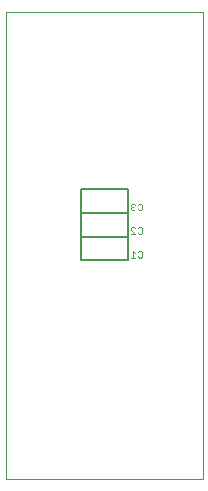
<source format=gbo>
G75*
%MOIN*%
%OFA0B0*%
%FSLAX25Y25*%
%IPPOS*%
%LPD*%
%AMOC8*
5,1,8,0,0,1.08239X$1,22.5*
%
%ADD10C,0.00394*%
%ADD11C,0.00200*%
%ADD12C,0.00500*%
D10*
X0001197Y0001197D02*
X0001197Y0156709D01*
X0066945Y0156709D01*
X0066945Y0001197D01*
X0001197Y0001197D01*
D11*
X0042981Y0074900D02*
X0044448Y0074900D01*
X0043715Y0074900D02*
X0043715Y0077102D01*
X0044448Y0076368D01*
X0045190Y0076735D02*
X0045557Y0077102D01*
X0046291Y0077102D01*
X0046658Y0076735D01*
X0046658Y0075267D01*
X0046291Y0074900D01*
X0045557Y0074900D01*
X0045190Y0075267D01*
X0045557Y0082774D02*
X0045190Y0083141D01*
X0045557Y0082774D02*
X0046291Y0082774D01*
X0046658Y0083141D01*
X0046658Y0084609D01*
X0046291Y0084976D01*
X0045557Y0084976D01*
X0045190Y0084609D01*
X0044448Y0084609D02*
X0044081Y0084976D01*
X0043348Y0084976D01*
X0042981Y0084609D01*
X0042981Y0084242D01*
X0044448Y0082774D01*
X0042981Y0082774D01*
X0043348Y0090648D02*
X0044081Y0090648D01*
X0044448Y0091015D01*
X0045190Y0091015D02*
X0045557Y0090648D01*
X0046291Y0090648D01*
X0046658Y0091015D01*
X0046658Y0092483D01*
X0046291Y0092850D01*
X0045557Y0092850D01*
X0045190Y0092483D01*
X0044448Y0092483D02*
X0044081Y0092850D01*
X0043348Y0092850D01*
X0042981Y0092483D01*
X0042981Y0092116D01*
X0043348Y0091749D01*
X0042981Y0091382D01*
X0042981Y0091015D01*
X0043348Y0090648D01*
X0043348Y0091749D02*
X0043715Y0091749D01*
D12*
X0041945Y0089780D02*
X0026197Y0089780D01*
X0026197Y0097654D01*
X0041945Y0097654D01*
X0041945Y0089780D01*
X0041945Y0081906D01*
X0026197Y0081906D01*
X0026197Y0089780D01*
X0041945Y0089780D01*
X0041945Y0081906D02*
X0041945Y0074031D01*
X0026197Y0074031D01*
X0026197Y0081906D01*
X0041945Y0081906D01*
M02*

</source>
